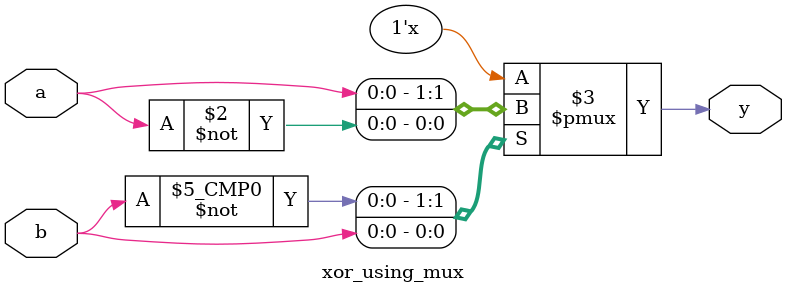
<source format=v>
module xor_using_mux(input a, b,
                     output reg y);

always @(*) begin
    case (b)           // b = selection line
        1'b0: y = a;    
        1'b1: y = ~a;    
    endcase
end

endmodule

</source>
